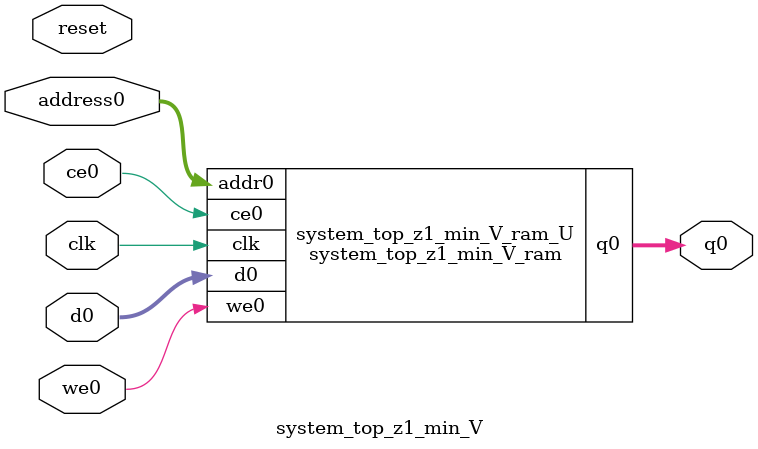
<source format=v>
`timescale 1 ns / 1 ps
module system_top_z1_min_V_ram (addr0, ce0, d0, we0, q0,  clk);

parameter DWIDTH = 32;
parameter AWIDTH = 4;
parameter MEM_SIZE = 15;

input[AWIDTH-1:0] addr0;
input ce0;
input[DWIDTH-1:0] d0;
input we0;
output reg[DWIDTH-1:0] q0;
input clk;

reg [DWIDTH-1:0] ram[0:MEM_SIZE-1];




always @(posedge clk)  
begin 
    if (ce0) begin
        if (we0) 
            ram[addr0] <= d0; 
        q0 <= ram[addr0];
    end
end


endmodule

`timescale 1 ns / 1 ps
module system_top_z1_min_V(
    reset,
    clk,
    address0,
    ce0,
    we0,
    d0,
    q0);

parameter DataWidth = 32'd32;
parameter AddressRange = 32'd15;
parameter AddressWidth = 32'd4;
input reset;
input clk;
input[AddressWidth - 1:0] address0;
input ce0;
input we0;
input[DataWidth - 1:0] d0;
output[DataWidth - 1:0] q0;



system_top_z1_min_V_ram system_top_z1_min_V_ram_U(
    .clk( clk ),
    .addr0( address0 ),
    .ce0( ce0 ),
    .we0( we0 ),
    .d0( d0 ),
    .q0( q0 ));

endmodule


</source>
